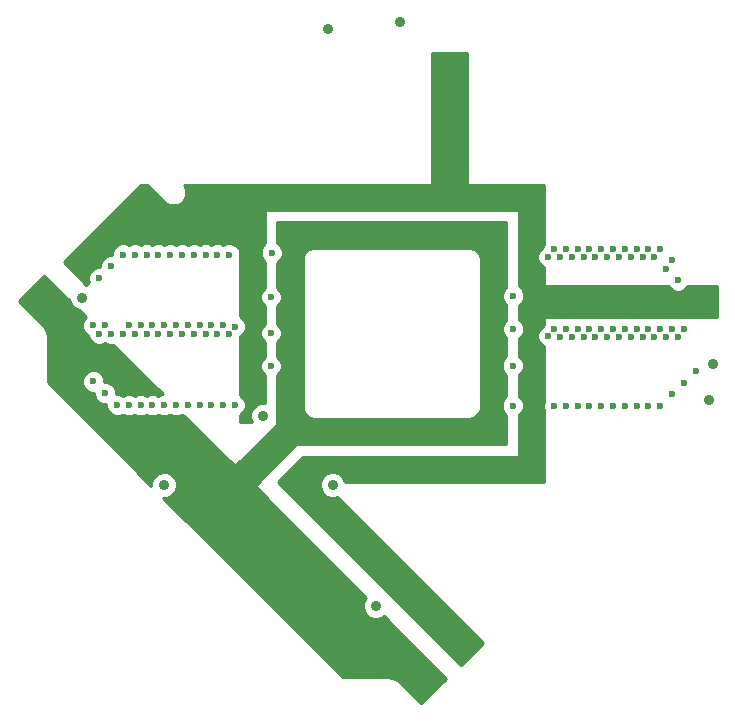
<source format=gbr>
G04 (created by PCBNEW-RS274X (2011-04-29 BZR 2986)-stable) date 6/8/2011 10:42:55 AM*
G01*
G70*
G90*
%MOIN*%
G04 Gerber Fmt 3.4, Leading zero omitted, Abs format*
%FSLAX34Y34*%
G04 APERTURE LIST*
%ADD10C,0.006000*%
%ADD11C,0.023600*%
%ADD12C,0.035000*%
%ADD13C,0.010000*%
G04 APERTURE END LIST*
G54D10*
G54D11*
X67224Y-18012D03*
X67224Y-22480D03*
X48524Y-20453D03*
X48524Y-18209D03*
X67224Y-20295D03*
X66831Y-17618D03*
X66831Y-22874D03*
X48917Y-17815D03*
X48917Y-20453D03*
X66831Y-20295D03*
X67618Y-22087D03*
X67618Y-20295D03*
X48130Y-20453D03*
X48130Y-18602D03*
X66437Y-17618D03*
X66437Y-22874D03*
X49311Y-17815D03*
X49311Y-20453D03*
X66437Y-20295D03*
X65846Y-17894D03*
X65846Y-20571D03*
X49902Y-20177D03*
X49902Y-22835D03*
X65059Y-17894D03*
X65059Y-20571D03*
X50689Y-20177D03*
X50689Y-22835D03*
X53878Y-17756D03*
X53858Y-20433D03*
X61909Y-22854D03*
X61929Y-20295D03*
G54D12*
X47559Y-19252D03*
X57343Y-29528D03*
X68583Y-21476D03*
X68445Y-22657D03*
X58169Y-10059D03*
X55748Y-10295D03*
G54D11*
X63878Y-17894D03*
X63878Y-20571D03*
X51870Y-20177D03*
X51870Y-22835D03*
X64272Y-17894D03*
X64272Y-20571D03*
X51476Y-20177D03*
X51476Y-22835D03*
X63287Y-17618D03*
X63287Y-20295D03*
X63287Y-22874D03*
X52461Y-20453D03*
X52461Y-17815D03*
X63091Y-17894D03*
X63091Y-20531D03*
X52657Y-22835D03*
X52657Y-20217D03*
X65453Y-17894D03*
X65453Y-20571D03*
X50295Y-20177D03*
X50295Y-22835D03*
X48720Y-22835D03*
X66634Y-17894D03*
X49114Y-20177D03*
X49114Y-22835D03*
X66634Y-20571D03*
X68012Y-21693D03*
X53858Y-19232D03*
X53858Y-21535D03*
X61909Y-21516D03*
X61929Y-19193D03*
X48327Y-20177D03*
X48327Y-22441D03*
X67028Y-20571D03*
X67028Y-18287D03*
X47933Y-20177D03*
X47933Y-22047D03*
X67421Y-20571D03*
X67421Y-18681D03*
X63484Y-17894D03*
X63484Y-20571D03*
X52264Y-20177D03*
X52264Y-22835D03*
X65256Y-17618D03*
X65256Y-20295D03*
X65256Y-22874D03*
X50492Y-17815D03*
X50492Y-20453D03*
X65650Y-17618D03*
X65650Y-20295D03*
X65650Y-22874D03*
X50098Y-20453D03*
X50098Y-17815D03*
X66043Y-17618D03*
X66043Y-20295D03*
X66043Y-22874D03*
X49705Y-17815D03*
X49705Y-20453D03*
X64469Y-17618D03*
X64469Y-20295D03*
X64469Y-22874D03*
X51280Y-17815D03*
X51280Y-20453D03*
X64862Y-17618D03*
X64862Y-20295D03*
X64862Y-22874D03*
X50886Y-20453D03*
X50886Y-17815D03*
X63681Y-17618D03*
X63681Y-20295D03*
X63681Y-22874D03*
X52067Y-17815D03*
X52067Y-20453D03*
X64075Y-17618D03*
X64075Y-20295D03*
X64075Y-22874D03*
X51673Y-17815D03*
X51673Y-20453D03*
X64665Y-17894D03*
X64665Y-20571D03*
X51083Y-20177D03*
X51083Y-22835D03*
X54331Y-20157D03*
X61417Y-20630D03*
X61476Y-17461D03*
G54D12*
X46437Y-19272D03*
X47421Y-21535D03*
X59016Y-31850D03*
G54D11*
X54331Y-22835D03*
G54D12*
X53583Y-23189D03*
X50295Y-25492D03*
X55906Y-25492D03*
G54D11*
X53248Y-20079D03*
X62539Y-20728D03*
X62480Y-18209D03*
G54D12*
X59961Y-30689D03*
X47579Y-17972D03*
X68386Y-19370D03*
X59724Y-11457D03*
G54D11*
X53248Y-22638D03*
X66240Y-17894D03*
X66240Y-20571D03*
X49508Y-20177D03*
X49508Y-22835D03*
G54D10*
G36*
X68710Y-19911D02*
X62942Y-19911D01*
X62942Y-20166D01*
X62927Y-20200D01*
X62883Y-20219D01*
X62779Y-20322D01*
X62723Y-20458D01*
X62723Y-20604D01*
X62779Y-20739D01*
X62882Y-20843D01*
X62942Y-20867D01*
X62942Y-22745D01*
X62919Y-22801D01*
X62919Y-22947D01*
X62942Y-23002D01*
X62942Y-25383D01*
X56320Y-25383D01*
X56267Y-25252D01*
X56147Y-25132D01*
X55991Y-25067D01*
X55822Y-25067D01*
X55666Y-25131D01*
X55546Y-25251D01*
X55481Y-25407D01*
X55481Y-25576D01*
X55545Y-25732D01*
X55665Y-25852D01*
X55821Y-25917D01*
X55990Y-25917D01*
X56055Y-25890D01*
X60913Y-30748D01*
X60177Y-31484D01*
X54087Y-25394D01*
X54923Y-24558D01*
X62137Y-24558D01*
X62137Y-23146D01*
X62221Y-23063D01*
X62277Y-22927D01*
X62277Y-22781D01*
X62221Y-22646D01*
X62137Y-22561D01*
X62137Y-21808D01*
X62221Y-21725D01*
X62277Y-21589D01*
X62277Y-21443D01*
X62221Y-21308D01*
X62137Y-21223D01*
X62137Y-20607D01*
X62241Y-20504D01*
X62297Y-20368D01*
X62297Y-20222D01*
X62241Y-20087D01*
X62138Y-19983D01*
X62137Y-19982D01*
X62137Y-19505D01*
X62241Y-19402D01*
X62297Y-19266D01*
X62297Y-19120D01*
X62241Y-18985D01*
X62138Y-18881D01*
X62137Y-18880D01*
X62137Y-16328D01*
X53670Y-16328D01*
X53670Y-17444D01*
X53566Y-17547D01*
X53510Y-17683D01*
X53510Y-17829D01*
X53566Y-17964D01*
X53669Y-18068D01*
X53670Y-18068D01*
X53670Y-18911D01*
X53650Y-18920D01*
X53546Y-19023D01*
X53490Y-19159D01*
X53490Y-19305D01*
X53546Y-19440D01*
X53649Y-19544D01*
X53670Y-19552D01*
X53670Y-20112D01*
X53650Y-20121D01*
X53546Y-20224D01*
X53490Y-20360D01*
X53490Y-20506D01*
X53546Y-20641D01*
X53649Y-20745D01*
X53670Y-20753D01*
X53670Y-21214D01*
X53650Y-21223D01*
X53546Y-21326D01*
X53490Y-21462D01*
X53490Y-21608D01*
X53546Y-21743D01*
X53649Y-21847D01*
X53670Y-21855D01*
X53670Y-22764D01*
X53668Y-22764D01*
X53499Y-22764D01*
X53343Y-22828D01*
X53223Y-22948D01*
X53158Y-23104D01*
X53158Y-23273D01*
X53208Y-23395D01*
X52806Y-23395D01*
X52806Y-23171D01*
X52865Y-23147D01*
X52969Y-23044D01*
X53025Y-22908D01*
X53025Y-22762D01*
X52969Y-22627D01*
X52866Y-22523D01*
X52806Y-22498D01*
X52806Y-20581D01*
X52820Y-20547D01*
X52865Y-20529D01*
X52969Y-20426D01*
X53025Y-20290D01*
X53025Y-20144D01*
X52969Y-20009D01*
X52866Y-19905D01*
X52806Y-19880D01*
X52806Y-17943D01*
X52829Y-17888D01*
X52829Y-17742D01*
X52806Y-17686D01*
X52806Y-17647D01*
X52789Y-17647D01*
X52773Y-17607D01*
X52670Y-17503D01*
X52534Y-17447D01*
X52388Y-17447D01*
X52264Y-17498D01*
X52140Y-17447D01*
X51994Y-17447D01*
X51870Y-17498D01*
X51746Y-17447D01*
X51600Y-17447D01*
X51476Y-17498D01*
X51353Y-17447D01*
X51207Y-17447D01*
X51083Y-17498D01*
X50959Y-17447D01*
X50813Y-17447D01*
X50689Y-17498D01*
X50565Y-17447D01*
X50419Y-17447D01*
X50295Y-17498D01*
X50171Y-17447D01*
X50025Y-17447D01*
X49901Y-17498D01*
X49778Y-17447D01*
X49632Y-17447D01*
X49508Y-17498D01*
X49384Y-17447D01*
X49238Y-17447D01*
X49114Y-17498D01*
X48990Y-17447D01*
X48844Y-17447D01*
X48709Y-17503D01*
X48605Y-17606D01*
X48549Y-17742D01*
X48549Y-17841D01*
X48451Y-17841D01*
X48316Y-17897D01*
X48212Y-18000D01*
X48156Y-18136D01*
X48156Y-18234D01*
X48057Y-18234D01*
X47922Y-18290D01*
X47818Y-18393D01*
X47762Y-18529D01*
X47762Y-18675D01*
X47787Y-18736D01*
X47697Y-18827D01*
X46941Y-18071D01*
X49529Y-15483D01*
X49722Y-15483D01*
X50294Y-16055D01*
X50298Y-16058D01*
X50330Y-16089D01*
X50390Y-16128D01*
X50391Y-16128D01*
X50393Y-16130D01*
X50442Y-16149D01*
X50480Y-16165D01*
X50481Y-16164D01*
X50484Y-16166D01*
X50556Y-16179D01*
X50558Y-16178D01*
X50559Y-16179D01*
X50654Y-16177D01*
X50656Y-16177D01*
X50722Y-16162D01*
X50724Y-16162D01*
X50725Y-16161D01*
X50727Y-16161D01*
X50745Y-16152D01*
X50814Y-16123D01*
X50816Y-16121D01*
X50873Y-16083D01*
X50873Y-16082D01*
X50874Y-16082D01*
X50942Y-16013D01*
X50943Y-16012D01*
X50982Y-15952D01*
X50982Y-15950D01*
X50984Y-15949D01*
X51003Y-15899D01*
X51019Y-15862D01*
X51018Y-15860D01*
X51020Y-15858D01*
X51033Y-15786D01*
X51032Y-15783D01*
X51033Y-15783D01*
X51031Y-15688D01*
X51031Y-15685D01*
X51015Y-15617D01*
X51015Y-15615D01*
X50998Y-15577D01*
X50977Y-15527D01*
X50975Y-15525D01*
X50946Y-15483D01*
X59223Y-15483D01*
X59223Y-11093D01*
X60383Y-11093D01*
X60383Y-15483D01*
X62942Y-15483D01*
X62942Y-17489D01*
X62919Y-17545D01*
X62919Y-17567D01*
X62883Y-17582D01*
X62779Y-17685D01*
X62723Y-17821D01*
X62723Y-17967D01*
X62779Y-18102D01*
X62882Y-18206D01*
X62942Y-18230D01*
X62942Y-18849D01*
X67092Y-18849D01*
X67109Y-18889D01*
X67212Y-18993D01*
X67348Y-19049D01*
X67494Y-19049D01*
X67629Y-18993D01*
X67733Y-18890D01*
X67749Y-18849D01*
X68710Y-18849D01*
X68710Y-19911D01*
X68710Y-19911D01*
G37*
G54D13*
X68710Y-19911D02*
X62942Y-19911D01*
X62942Y-20166D01*
X62927Y-20200D01*
X62883Y-20219D01*
X62779Y-20322D01*
X62723Y-20458D01*
X62723Y-20604D01*
X62779Y-20739D01*
X62882Y-20843D01*
X62942Y-20867D01*
X62942Y-22745D01*
X62919Y-22801D01*
X62919Y-22947D01*
X62942Y-23002D01*
X62942Y-25383D01*
X56320Y-25383D01*
X56267Y-25252D01*
X56147Y-25132D01*
X55991Y-25067D01*
X55822Y-25067D01*
X55666Y-25131D01*
X55546Y-25251D01*
X55481Y-25407D01*
X55481Y-25576D01*
X55545Y-25732D01*
X55665Y-25852D01*
X55821Y-25917D01*
X55990Y-25917D01*
X56055Y-25890D01*
X60913Y-30748D01*
X60177Y-31484D01*
X54087Y-25394D01*
X54923Y-24558D01*
X62137Y-24558D01*
X62137Y-23146D01*
X62221Y-23063D01*
X62277Y-22927D01*
X62277Y-22781D01*
X62221Y-22646D01*
X62137Y-22561D01*
X62137Y-21808D01*
X62221Y-21725D01*
X62277Y-21589D01*
X62277Y-21443D01*
X62221Y-21308D01*
X62137Y-21223D01*
X62137Y-20607D01*
X62241Y-20504D01*
X62297Y-20368D01*
X62297Y-20222D01*
X62241Y-20087D01*
X62138Y-19983D01*
X62137Y-19982D01*
X62137Y-19505D01*
X62241Y-19402D01*
X62297Y-19266D01*
X62297Y-19120D01*
X62241Y-18985D01*
X62138Y-18881D01*
X62137Y-18880D01*
X62137Y-16328D01*
X53670Y-16328D01*
X53670Y-17444D01*
X53566Y-17547D01*
X53510Y-17683D01*
X53510Y-17829D01*
X53566Y-17964D01*
X53669Y-18068D01*
X53670Y-18068D01*
X53670Y-18911D01*
X53650Y-18920D01*
X53546Y-19023D01*
X53490Y-19159D01*
X53490Y-19305D01*
X53546Y-19440D01*
X53649Y-19544D01*
X53670Y-19552D01*
X53670Y-20112D01*
X53650Y-20121D01*
X53546Y-20224D01*
X53490Y-20360D01*
X53490Y-20506D01*
X53546Y-20641D01*
X53649Y-20745D01*
X53670Y-20753D01*
X53670Y-21214D01*
X53650Y-21223D01*
X53546Y-21326D01*
X53490Y-21462D01*
X53490Y-21608D01*
X53546Y-21743D01*
X53649Y-21847D01*
X53670Y-21855D01*
X53670Y-22764D01*
X53668Y-22764D01*
X53499Y-22764D01*
X53343Y-22828D01*
X53223Y-22948D01*
X53158Y-23104D01*
X53158Y-23273D01*
X53208Y-23395D01*
X52806Y-23395D01*
X52806Y-23171D01*
X52865Y-23147D01*
X52969Y-23044D01*
X53025Y-22908D01*
X53025Y-22762D01*
X52969Y-22627D01*
X52866Y-22523D01*
X52806Y-22498D01*
X52806Y-20581D01*
X52820Y-20547D01*
X52865Y-20529D01*
X52969Y-20426D01*
X53025Y-20290D01*
X53025Y-20144D01*
X52969Y-20009D01*
X52866Y-19905D01*
X52806Y-19880D01*
X52806Y-17943D01*
X52829Y-17888D01*
X52829Y-17742D01*
X52806Y-17686D01*
X52806Y-17647D01*
X52789Y-17647D01*
X52773Y-17607D01*
X52670Y-17503D01*
X52534Y-17447D01*
X52388Y-17447D01*
X52264Y-17498D01*
X52140Y-17447D01*
X51994Y-17447D01*
X51870Y-17498D01*
X51746Y-17447D01*
X51600Y-17447D01*
X51476Y-17498D01*
X51353Y-17447D01*
X51207Y-17447D01*
X51083Y-17498D01*
X50959Y-17447D01*
X50813Y-17447D01*
X50689Y-17498D01*
X50565Y-17447D01*
X50419Y-17447D01*
X50295Y-17498D01*
X50171Y-17447D01*
X50025Y-17447D01*
X49901Y-17498D01*
X49778Y-17447D01*
X49632Y-17447D01*
X49508Y-17498D01*
X49384Y-17447D01*
X49238Y-17447D01*
X49114Y-17498D01*
X48990Y-17447D01*
X48844Y-17447D01*
X48709Y-17503D01*
X48605Y-17606D01*
X48549Y-17742D01*
X48549Y-17841D01*
X48451Y-17841D01*
X48316Y-17897D01*
X48212Y-18000D01*
X48156Y-18136D01*
X48156Y-18234D01*
X48057Y-18234D01*
X47922Y-18290D01*
X47818Y-18393D01*
X47762Y-18529D01*
X47762Y-18675D01*
X47787Y-18736D01*
X47697Y-18827D01*
X46941Y-18071D01*
X49529Y-15483D01*
X49722Y-15483D01*
X50294Y-16055D01*
X50298Y-16058D01*
X50330Y-16089D01*
X50390Y-16128D01*
X50391Y-16128D01*
X50393Y-16130D01*
X50442Y-16149D01*
X50480Y-16165D01*
X50481Y-16164D01*
X50484Y-16166D01*
X50556Y-16179D01*
X50558Y-16178D01*
X50559Y-16179D01*
X50654Y-16177D01*
X50656Y-16177D01*
X50722Y-16162D01*
X50724Y-16162D01*
X50725Y-16161D01*
X50727Y-16161D01*
X50745Y-16152D01*
X50814Y-16123D01*
X50816Y-16121D01*
X50873Y-16083D01*
X50873Y-16082D01*
X50874Y-16082D01*
X50942Y-16013D01*
X50943Y-16012D01*
X50982Y-15952D01*
X50982Y-15950D01*
X50984Y-15949D01*
X51003Y-15899D01*
X51019Y-15862D01*
X51018Y-15860D01*
X51020Y-15858D01*
X51033Y-15786D01*
X51032Y-15783D01*
X51033Y-15783D01*
X51031Y-15688D01*
X51031Y-15685D01*
X51015Y-15617D01*
X51015Y-15615D01*
X50998Y-15577D01*
X50977Y-15527D01*
X50975Y-15525D01*
X50946Y-15483D01*
X59223Y-15483D01*
X59223Y-11093D01*
X60383Y-11093D01*
X60383Y-15483D01*
X62942Y-15483D01*
X62942Y-17489D01*
X62919Y-17545D01*
X62919Y-17567D01*
X62883Y-17582D01*
X62779Y-17685D01*
X62723Y-17821D01*
X62723Y-17967D01*
X62779Y-18102D01*
X62882Y-18206D01*
X62942Y-18230D01*
X62942Y-18849D01*
X67092Y-18849D01*
X67109Y-18889D01*
X67212Y-18993D01*
X67348Y-19049D01*
X67494Y-19049D01*
X67629Y-18993D01*
X67733Y-18890D01*
X67749Y-18849D01*
X68710Y-18849D01*
X68710Y-19911D01*
G54D10*
G36*
X61702Y-24143D02*
X60846Y-24142D01*
X60846Y-22902D01*
X60846Y-17980D01*
X60841Y-17954D01*
X60841Y-17931D01*
X60831Y-17880D01*
X60831Y-17879D01*
X60806Y-17818D01*
X60795Y-17790D01*
X60794Y-17789D01*
X60794Y-17788D01*
X60764Y-17743D01*
X60763Y-17742D01*
X60695Y-17674D01*
X60694Y-17673D01*
X60649Y-17643D01*
X60646Y-17642D01*
X60597Y-17622D01*
X60558Y-17606D01*
X60556Y-17605D01*
X60505Y-17596D01*
X60482Y-17596D01*
X60457Y-17591D01*
X55299Y-17591D01*
X55280Y-17594D01*
X55248Y-17595D01*
X55195Y-17606D01*
X55158Y-17621D01*
X55109Y-17641D01*
X55064Y-17670D01*
X55058Y-17675D01*
X55057Y-17676D01*
X55043Y-17690D01*
X54994Y-17738D01*
X54991Y-17743D01*
X54989Y-17746D01*
X54960Y-17790D01*
X54940Y-17839D01*
X54925Y-17876D01*
X54914Y-17929D01*
X54913Y-17956D01*
X54909Y-17980D01*
X54909Y-22902D01*
X54915Y-22932D01*
X54915Y-22950D01*
X54924Y-23001D01*
X54925Y-23003D01*
X54941Y-23042D01*
X54961Y-23091D01*
X54962Y-23094D01*
X54992Y-23139D01*
X54993Y-23140D01*
X55061Y-23208D01*
X55062Y-23209D01*
X55107Y-23239D01*
X55108Y-23239D01*
X55109Y-23240D01*
X55137Y-23251D01*
X55198Y-23276D01*
X55199Y-23276D01*
X55250Y-23286D01*
X55273Y-23286D01*
X55299Y-23291D01*
X60457Y-23291D01*
X60482Y-23286D01*
X60505Y-23286D01*
X60556Y-23277D01*
X60558Y-23276D01*
X60597Y-23260D01*
X60646Y-23240D01*
X60649Y-23239D01*
X60694Y-23209D01*
X60695Y-23208D01*
X60763Y-23140D01*
X60764Y-23139D01*
X60794Y-23094D01*
X60794Y-23092D01*
X60795Y-23092D01*
X60806Y-23063D01*
X60831Y-23003D01*
X60831Y-23002D01*
X60841Y-22951D01*
X60841Y-22927D01*
X60846Y-22902D01*
X60846Y-24142D01*
X54701Y-24142D01*
X53311Y-25533D01*
X57012Y-29257D01*
X56983Y-29287D01*
X56918Y-29443D01*
X56918Y-29612D01*
X56982Y-29768D01*
X57102Y-29888D01*
X57258Y-29953D01*
X57427Y-29953D01*
X57583Y-29889D01*
X57612Y-29859D01*
X58804Y-31059D01*
X59693Y-31949D01*
X58867Y-32774D01*
X58214Y-32122D01*
X58213Y-32120D01*
X58165Y-32072D01*
X58135Y-32051D01*
X58105Y-32026D01*
X57971Y-31953D01*
X57941Y-31943D01*
X57877Y-31923D01*
X57725Y-31907D01*
X57723Y-31907D01*
X57713Y-31905D01*
X56913Y-31905D01*
X56567Y-31905D01*
X56258Y-31905D01*
X50270Y-25917D01*
X50379Y-25917D01*
X50535Y-25853D01*
X50655Y-25733D01*
X50720Y-25577D01*
X50720Y-25408D01*
X50656Y-25252D01*
X50536Y-25132D01*
X50380Y-25067D01*
X50211Y-25067D01*
X50055Y-25131D01*
X49935Y-25251D01*
X49870Y-25407D01*
X49870Y-25516D01*
X46421Y-22067D01*
X46421Y-21756D01*
X46421Y-21413D01*
X46421Y-20626D01*
X46421Y-20610D01*
X46421Y-20557D01*
X46414Y-20524D01*
X46411Y-20486D01*
X46368Y-20339D01*
X46323Y-20252D01*
X46320Y-20249D01*
X46227Y-20132D01*
X46223Y-20129D01*
X46217Y-20119D01*
X45455Y-19358D01*
X46298Y-18516D01*
X47145Y-19363D01*
X47198Y-19492D01*
X47318Y-19612D01*
X47448Y-19666D01*
X47685Y-19903D01*
X47621Y-19968D01*
X47565Y-20104D01*
X47565Y-20250D01*
X47621Y-20385D01*
X47724Y-20489D01*
X47762Y-20504D01*
X47762Y-20526D01*
X47818Y-20661D01*
X47921Y-20765D01*
X48057Y-20821D01*
X48203Y-20821D01*
X48326Y-20769D01*
X48451Y-20821D01*
X48597Y-20821D01*
X48601Y-20819D01*
X50249Y-22467D01*
X50222Y-22467D01*
X50098Y-22518D01*
X49975Y-22467D01*
X49829Y-22467D01*
X49705Y-22518D01*
X49581Y-22467D01*
X49435Y-22467D01*
X49311Y-22518D01*
X49187Y-22467D01*
X49041Y-22467D01*
X48917Y-22518D01*
X48793Y-22467D01*
X48695Y-22467D01*
X48695Y-22368D01*
X48639Y-22233D01*
X48536Y-22129D01*
X48400Y-22073D01*
X48301Y-22073D01*
X48301Y-21974D01*
X48245Y-21839D01*
X48142Y-21735D01*
X48006Y-21679D01*
X47860Y-21679D01*
X47725Y-21735D01*
X47621Y-21838D01*
X47565Y-21974D01*
X47565Y-22120D01*
X47621Y-22255D01*
X47724Y-22359D01*
X47860Y-22415D01*
X47959Y-22415D01*
X47959Y-22514D01*
X48015Y-22649D01*
X48118Y-22753D01*
X48254Y-22809D01*
X48352Y-22809D01*
X48352Y-22908D01*
X48408Y-23043D01*
X48511Y-23147D01*
X48647Y-23203D01*
X48793Y-23203D01*
X48916Y-23151D01*
X49041Y-23203D01*
X49187Y-23203D01*
X49310Y-23151D01*
X49435Y-23203D01*
X49581Y-23203D01*
X49704Y-23151D01*
X49829Y-23203D01*
X49975Y-23203D01*
X50098Y-23151D01*
X50222Y-23203D01*
X50368Y-23203D01*
X50491Y-23151D01*
X50616Y-23203D01*
X50762Y-23203D01*
X50885Y-23151D01*
X50967Y-23185D01*
X52656Y-24874D01*
X54046Y-23484D01*
X54046Y-21855D01*
X54066Y-21847D01*
X54170Y-21744D01*
X54226Y-21608D01*
X54226Y-21462D01*
X54170Y-21327D01*
X54067Y-21223D01*
X54046Y-21214D01*
X54046Y-20753D01*
X54066Y-20745D01*
X54170Y-20642D01*
X54226Y-20506D01*
X54226Y-20360D01*
X54170Y-20225D01*
X54067Y-20121D01*
X54046Y-20112D01*
X54046Y-19552D01*
X54066Y-19544D01*
X54170Y-19441D01*
X54226Y-19305D01*
X54226Y-19159D01*
X54170Y-19024D01*
X54067Y-18920D01*
X54046Y-18911D01*
X54046Y-18084D01*
X54086Y-18068D01*
X54190Y-17965D01*
X54246Y-17829D01*
X54246Y-17683D01*
X54190Y-17548D01*
X54087Y-17444D01*
X54046Y-17427D01*
X54046Y-16723D01*
X61702Y-16723D01*
X61702Y-18899D01*
X61617Y-18984D01*
X61561Y-19120D01*
X61561Y-19266D01*
X61617Y-19401D01*
X61702Y-19486D01*
X61702Y-20001D01*
X61617Y-20086D01*
X61561Y-20222D01*
X61561Y-20368D01*
X61617Y-20503D01*
X61702Y-20588D01*
X61702Y-21203D01*
X61701Y-21204D01*
X61597Y-21307D01*
X61541Y-21443D01*
X61541Y-21589D01*
X61597Y-21724D01*
X61700Y-21828D01*
X61702Y-21828D01*
X61702Y-22541D01*
X61701Y-22542D01*
X61597Y-22645D01*
X61541Y-22781D01*
X61541Y-22927D01*
X61597Y-23062D01*
X61700Y-23166D01*
X61702Y-23166D01*
X61702Y-24143D01*
X61702Y-24143D01*
G37*
G54D13*
X61702Y-24143D02*
X60846Y-24142D01*
X60846Y-22902D01*
X60846Y-17980D01*
X60841Y-17954D01*
X60841Y-17931D01*
X60831Y-17880D01*
X60831Y-17879D01*
X60806Y-17818D01*
X60795Y-17790D01*
X60794Y-17789D01*
X60794Y-17788D01*
X60764Y-17743D01*
X60763Y-17742D01*
X60695Y-17674D01*
X60694Y-17673D01*
X60649Y-17643D01*
X60646Y-17642D01*
X60597Y-17622D01*
X60558Y-17606D01*
X60556Y-17605D01*
X60505Y-17596D01*
X60482Y-17596D01*
X60457Y-17591D01*
X55299Y-17591D01*
X55280Y-17594D01*
X55248Y-17595D01*
X55195Y-17606D01*
X55158Y-17621D01*
X55109Y-17641D01*
X55064Y-17670D01*
X55058Y-17675D01*
X55057Y-17676D01*
X55043Y-17690D01*
X54994Y-17738D01*
X54991Y-17743D01*
X54989Y-17746D01*
X54960Y-17790D01*
X54940Y-17839D01*
X54925Y-17876D01*
X54914Y-17929D01*
X54913Y-17956D01*
X54909Y-17980D01*
X54909Y-22902D01*
X54915Y-22932D01*
X54915Y-22950D01*
X54924Y-23001D01*
X54925Y-23003D01*
X54941Y-23042D01*
X54961Y-23091D01*
X54962Y-23094D01*
X54992Y-23139D01*
X54993Y-23140D01*
X55061Y-23208D01*
X55062Y-23209D01*
X55107Y-23239D01*
X55108Y-23239D01*
X55109Y-23240D01*
X55137Y-23251D01*
X55198Y-23276D01*
X55199Y-23276D01*
X55250Y-23286D01*
X55273Y-23286D01*
X55299Y-23291D01*
X60457Y-23291D01*
X60482Y-23286D01*
X60505Y-23286D01*
X60556Y-23277D01*
X60558Y-23276D01*
X60597Y-23260D01*
X60646Y-23240D01*
X60649Y-23239D01*
X60694Y-23209D01*
X60695Y-23208D01*
X60763Y-23140D01*
X60764Y-23139D01*
X60794Y-23094D01*
X60794Y-23092D01*
X60795Y-23092D01*
X60806Y-23063D01*
X60831Y-23003D01*
X60831Y-23002D01*
X60841Y-22951D01*
X60841Y-22927D01*
X60846Y-22902D01*
X60846Y-24142D01*
X54701Y-24142D01*
X53311Y-25533D01*
X57012Y-29257D01*
X56983Y-29287D01*
X56918Y-29443D01*
X56918Y-29612D01*
X56982Y-29768D01*
X57102Y-29888D01*
X57258Y-29953D01*
X57427Y-29953D01*
X57583Y-29889D01*
X57612Y-29859D01*
X58804Y-31059D01*
X59693Y-31949D01*
X58867Y-32774D01*
X58214Y-32122D01*
X58213Y-32120D01*
X58165Y-32072D01*
X58135Y-32051D01*
X58105Y-32026D01*
X57971Y-31953D01*
X57941Y-31943D01*
X57877Y-31923D01*
X57725Y-31907D01*
X57723Y-31907D01*
X57713Y-31905D01*
X56913Y-31905D01*
X56567Y-31905D01*
X56258Y-31905D01*
X50270Y-25917D01*
X50379Y-25917D01*
X50535Y-25853D01*
X50655Y-25733D01*
X50720Y-25577D01*
X50720Y-25408D01*
X50656Y-25252D01*
X50536Y-25132D01*
X50380Y-25067D01*
X50211Y-25067D01*
X50055Y-25131D01*
X49935Y-25251D01*
X49870Y-25407D01*
X49870Y-25516D01*
X46421Y-22067D01*
X46421Y-21756D01*
X46421Y-21413D01*
X46421Y-20626D01*
X46421Y-20610D01*
X46421Y-20557D01*
X46414Y-20524D01*
X46411Y-20486D01*
X46368Y-20339D01*
X46323Y-20252D01*
X46320Y-20249D01*
X46227Y-20132D01*
X46223Y-20129D01*
X46217Y-20119D01*
X45455Y-19358D01*
X46298Y-18516D01*
X47145Y-19363D01*
X47198Y-19492D01*
X47318Y-19612D01*
X47448Y-19666D01*
X47685Y-19903D01*
X47621Y-19968D01*
X47565Y-20104D01*
X47565Y-20250D01*
X47621Y-20385D01*
X47724Y-20489D01*
X47762Y-20504D01*
X47762Y-20526D01*
X47818Y-20661D01*
X47921Y-20765D01*
X48057Y-20821D01*
X48203Y-20821D01*
X48326Y-20769D01*
X48451Y-20821D01*
X48597Y-20821D01*
X48601Y-20819D01*
X50249Y-22467D01*
X50222Y-22467D01*
X50098Y-22518D01*
X49975Y-22467D01*
X49829Y-22467D01*
X49705Y-22518D01*
X49581Y-22467D01*
X49435Y-22467D01*
X49311Y-22518D01*
X49187Y-22467D01*
X49041Y-22467D01*
X48917Y-22518D01*
X48793Y-22467D01*
X48695Y-22467D01*
X48695Y-22368D01*
X48639Y-22233D01*
X48536Y-22129D01*
X48400Y-22073D01*
X48301Y-22073D01*
X48301Y-21974D01*
X48245Y-21839D01*
X48142Y-21735D01*
X48006Y-21679D01*
X47860Y-21679D01*
X47725Y-21735D01*
X47621Y-21838D01*
X47565Y-21974D01*
X47565Y-22120D01*
X47621Y-22255D01*
X47724Y-22359D01*
X47860Y-22415D01*
X47959Y-22415D01*
X47959Y-22514D01*
X48015Y-22649D01*
X48118Y-22753D01*
X48254Y-22809D01*
X48352Y-22809D01*
X48352Y-22908D01*
X48408Y-23043D01*
X48511Y-23147D01*
X48647Y-23203D01*
X48793Y-23203D01*
X48916Y-23151D01*
X49041Y-23203D01*
X49187Y-23203D01*
X49310Y-23151D01*
X49435Y-23203D01*
X49581Y-23203D01*
X49704Y-23151D01*
X49829Y-23203D01*
X49975Y-23203D01*
X50098Y-23151D01*
X50222Y-23203D01*
X50368Y-23203D01*
X50491Y-23151D01*
X50616Y-23203D01*
X50762Y-23203D01*
X50885Y-23151D01*
X50967Y-23185D01*
X52656Y-24874D01*
X54046Y-23484D01*
X54046Y-21855D01*
X54066Y-21847D01*
X54170Y-21744D01*
X54226Y-21608D01*
X54226Y-21462D01*
X54170Y-21327D01*
X54067Y-21223D01*
X54046Y-21214D01*
X54046Y-20753D01*
X54066Y-20745D01*
X54170Y-20642D01*
X54226Y-20506D01*
X54226Y-20360D01*
X54170Y-20225D01*
X54067Y-20121D01*
X54046Y-20112D01*
X54046Y-19552D01*
X54066Y-19544D01*
X54170Y-19441D01*
X54226Y-19305D01*
X54226Y-19159D01*
X54170Y-19024D01*
X54067Y-18920D01*
X54046Y-18911D01*
X54046Y-18084D01*
X54086Y-18068D01*
X54190Y-17965D01*
X54246Y-17829D01*
X54246Y-17683D01*
X54190Y-17548D01*
X54087Y-17444D01*
X54046Y-17427D01*
X54046Y-16723D01*
X61702Y-16723D01*
X61702Y-18899D01*
X61617Y-18984D01*
X61561Y-19120D01*
X61561Y-19266D01*
X61617Y-19401D01*
X61702Y-19486D01*
X61702Y-20001D01*
X61617Y-20086D01*
X61561Y-20222D01*
X61561Y-20368D01*
X61617Y-20503D01*
X61702Y-20588D01*
X61702Y-21203D01*
X61701Y-21204D01*
X61597Y-21307D01*
X61541Y-21443D01*
X61541Y-21589D01*
X61597Y-21724D01*
X61700Y-21828D01*
X61702Y-21828D01*
X61702Y-22541D01*
X61701Y-22542D01*
X61597Y-22645D01*
X61541Y-22781D01*
X61541Y-22927D01*
X61597Y-23062D01*
X61700Y-23166D01*
X61702Y-23166D01*
X61702Y-24143D01*
M02*

</source>
